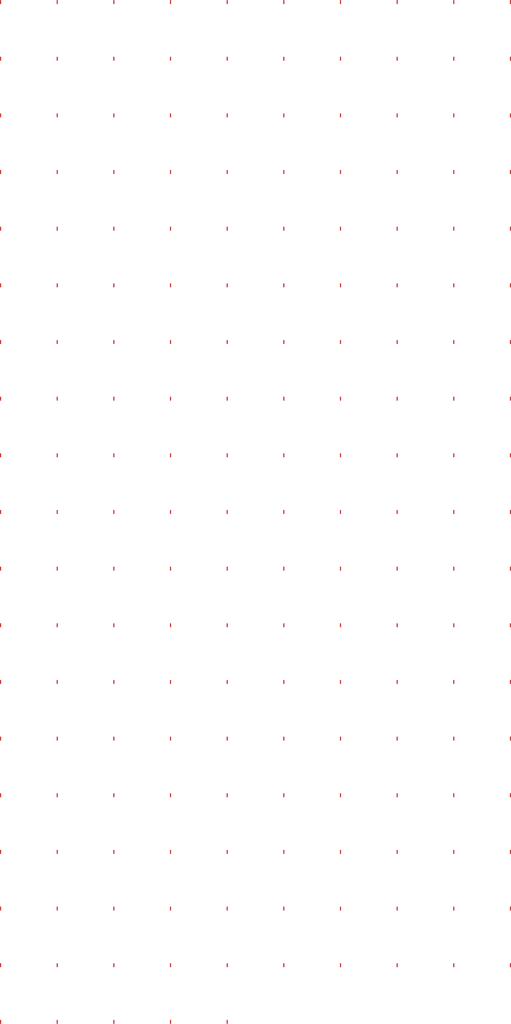
<source format=kicad_pcb>
  (kicad_pcb (version 4) (host pcbnew "(2014-07-21 BZR 5016)-product")

  (general
    (links 0)
    (no_connects 0)
    (area 0 0 0 0)
    (thickness 1.6)
    (drawings 1)
    (tracks 0)
    (zones 0)
    (modules 42)
    (nets 2)
  )

  (page A4)
  (layers
    (0 F.Cu signal)
	(1 In1.Cu signal)
    (2 In2.Cu power)
    (3 In3.Cu power)
    (4 In4.Cu signal)
    (5 In5.Cu signal)
    (6 In6.Cu signal)
    (7 In7.Cu signal)
    (8 In8.Cu signal)
    (31 B.Cu signal)
    (32 B.Adhes user)
    (33 F.Adhes user)
    (34 B.Paste user)
    (35 F.Paste user)
    (36 B.SilkS user)
    (37 F.SilkS user)
    (38 B.Mask user)
    (39 F.Mask user)
    (40 Dwgs.User user)
    (41 Cmts.User user)
    (42 Eco1.User user)
    (43 Eco2.User user)
    (44 Edge.Cuts user)
    (45 Margin user)
    (46 B.CrtYd user)
    (47 F.CrtYd user)
    (48 B.Fab user)
    (49 F.Fab user)

  )

  (setup
    (last_trace_width 0.254)
    (trace_clearance 0.127)
    (zone_clearance 0.0144)
    (zone_45_only no)
    (trace_min 0.254)
    (segment_width 0.2)
    (edge_width 0.1)
    (via_size 0.889)
    (via_drill 0.635)
    (via_min_size 0.889)
    (via_min_drill 0.508)
    (uvia_size 0.508)
    (uvia_drill 0.127)
    (uvias_allowed no)
    (uvia_min_size 0.508)
    (uvia_min_drill 0.127)
    (pcb_text_width 0.3)
    (pcb_text_size 1.5 1.5)
    (mod_edge_width 0.15)
    (mod_text_size 1 1)
    (mod_text_width 0.15)
    (pad_size 1.5 1.5)
    (pad_drill 0.6)
    (pad_to_mask_clearance 0)
    (aux_axis_origin 0 0)
    (visible_elements 7FFFF77F)
    (pcbplotparams
      (layerselection 262143)
      (usegerberextensions false)
      (excludeedgelayer true)
      (linewidth 0.100000)
      (plotframeref false)
      (viasonmask false)
      (mode 1)
      (useauxorigin false)
      (hpglpennumber 1)
      (hpglpenspeed 20)
      (hpglpendiameter 15)
      (hpglpenoverlay 2)
      (psnegative false)
      (psa4output false)
      (plotreference true)
      (plotvalue true)
      (plotinvisibletext false)
      (padsonsilk false)
      (subtractmaskfromsilk false)
      (outputformat 1)
      (mirror false)
      (drillshape 0)
      (scaleselection 1)
      (outputdirectory "GerberOutput/"))
  )

  (net 0 "")
  (net 1 "Net1")
  
  (net_class Default "This is the default net class."
    (clearance 0.254)
    (trace_width 0.254)
    (via_dia 0.889)
    (via_drill 0.635)
    (uvia_dia 0.508)
    (uvia_drill 0.127)
	(add_net Net1)
  )
  (module A0 (layer F.Cu) (tedit 4289BEAB) (tstamp 539EEDBF)
    (at 30 30)
    (path /539EEC0F)
    (attr smd)
	(model "./wrlshp/000C7E6D-9CF6.wrl"
      (at (xyz 0 0 0))
      (scale (xyz 1 1 1))
      (rotate (xyz 0 0 0))
    )
    (pad "1" smd oval (at 0.0 0.0) (size 0.60000 2.20000) 
      (layers F.Cu F.Mask F.Paste)
    )
  )
  (module A1 (layer F.Cu) (tedit 4289BEAB) (tstamp 539EEDBF)
    (at 60 30)
    (path /539EEC0F)
    (attr smd)
	(model "./wrlshp/0314AB64-63B5.wrl"
      (at (xyz 0 0 0))
      (scale (xyz 1 1 1))
      (rotate (xyz 0 0 0))
    )
    (pad "1" smd oval (at 0.0 0.0) (size 0.60000 2.20000) 
      (layers F.Cu F.Mask F.Paste)
    )
  )
  (module A2 (layer F.Cu) (tedit 4289BEAB) (tstamp 539EEDBF)
    (at 90 30)
    (path /539EEC0F)
    (attr smd)
	(model "./wrlshp/034D9162-DF3C.wrl"
      (at (xyz 0 0 0))
      (scale (xyz 1 1 1))
      (rotate (xyz 0 0 0))
    )
    (pad "1" smd oval (at 0.0 0.0) (size 0.60000 2.20000) 
      (layers F.Cu F.Mask F.Paste)
    )
  )
  (module A3 (layer F.Cu) (tedit 4289BEAB) (tstamp 539EEDBF)
    (at 120 30)
    (path /539EEC0F)
    (attr smd)
	(model "./wrlshp/04CF1B36-AFCE.wrl"
      (at (xyz 0 0 0))
      (scale (xyz 1 1 1))
      (rotate (xyz 0 0 0))
    )
    (pad "1" smd oval (at 0.0 0.0) (size 0.60000 2.20000) 
      (layers F.Cu F.Mask F.Paste)
    )
  )
  (module A4 (layer F.Cu) (tedit 4289BEAB) (tstamp 539EEDBF)
    (at 150 30)
    (path /539EEC0F)
    (attr smd)
	(model "./wrlshp/096E5542-2D79.wrl"
      (at (xyz 0 0 0))
      (scale (xyz 1 1 1))
      (rotate (xyz 0 0 0))
    )
    (pad "1" smd oval (at 0.0 0.0) (size 0.60000 2.20000) 
      (layers F.Cu F.Mask F.Paste)
    )
  )
  (module A5 (layer F.Cu) (tedit 4289BEAB) (tstamp 539EEDBF)
    (at 180 30)
    (path /539EEC0F)
    (attr smd)
	(model "./wrlshp/0BAB9EDF-F45B.wrl"
      (at (xyz 0 0 0))
      (scale (xyz 1 1 1))
      (rotate (xyz 0 0 0))
    )
    (pad "1" smd oval (at 0.0 0.0) (size 0.60000 2.20000) 
      (layers F.Cu F.Mask F.Paste)
    )
  )
  (module A6 (layer F.Cu) (tedit 4289BEAB) (tstamp 539EEDBF)
    (at 210 30)
    (path /539EEC0F)
    (attr smd)
	(model "./wrlshp/0BB022BC-1B29.wrl"
      (at (xyz 0 0 0))
      (scale (xyz 1 1 1))
      (rotate (xyz 0 0 0))
    )
    (pad "1" smd oval (at 0.0 0.0) (size 0.60000 2.20000) 
      (layers F.Cu F.Mask F.Paste)
    )
  )
  (module A7 (layer F.Cu) (tedit 4289BEAB) (tstamp 539EEDBF)
    (at 240 30)
    (path /539EEC0F)
    (attr smd)
	(model "./wrlshp/0C7A53A9-80CF.wrl"
      (at (xyz 0 0 0))
      (scale (xyz 1 1 1))
      (rotate (xyz 0 0 0))
    )
    (pad "1" smd oval (at 0.0 0.0) (size 0.60000 2.20000) 
      (layers F.Cu F.Mask F.Paste)
    )
  )
  (module A8 (layer F.Cu) (tedit 4289BEAB) (tstamp 539EEDBF)
    (at 270 30)
    (path /539EEC0F)
    (attr smd)
	(model "./wrlshp/0C83D062-2D47.wrl"
      (at (xyz 0 0 0))
      (scale (xyz 1 1 1))
      (rotate (xyz 0 0 0))
    )
    (pad "1" smd oval (at 0.0 0.0) (size 0.60000 2.20000) 
      (layers F.Cu F.Mask F.Paste)
    )
  )
  (module A9 (layer F.Cu) (tedit 4289BEAB) (tstamp 539EEDBF)
    (at 300 30)
    (path /539EEC0F)
    (attr smd)
	(model "./wrlshp/0F1E5590-2A5E.wrl"
      (at (xyz 0 0 0))
      (scale (xyz 1 1 1))
      (rotate (xyz 0 0 0))
    )
    (pad "1" smd oval (at 0.0 0.0) (size 0.60000 2.20000) 
      (layers F.Cu F.Mask F.Paste)
    )
  )
  (module A10 (layer F.Cu) (tedit 4289BEAB) (tstamp 539EEDBF)
    (at 30 60)
    (path /539EEC0F)
    (attr smd)
	(model "./wrlshp/0F239E75-7F0B.wrl"
      (at (xyz 0 0 0))
      (scale (xyz 1 1 1))
      (rotate (xyz 0 0 0))
    )
    (pad "1" smd oval (at 0.0 0.0) (size 0.60000 2.20000) 
      (layers F.Cu F.Mask F.Paste)
    )
  )
  (module A11 (layer F.Cu) (tedit 4289BEAB) (tstamp 539EEDBF)
    (at 60 60)
    (path /539EEC0F)
    (attr smd)
	(model "./wrlshp/0F72C2B9-879B.wrl"
      (at (xyz 0 0 0))
      (scale (xyz 1 1 1))
      (rotate (xyz 0 0 0))
    )
    (pad "1" smd oval (at 0.0 0.0) (size 0.60000 2.20000) 
      (layers F.Cu F.Mask F.Paste)
    )
  )
  (module A12 (layer F.Cu) (tedit 4289BEAB) (tstamp 539EEDBF)
    (at 90 60)
    (path /539EEC0F)
    (attr smd)
	(model "./wrlshp/10FED44B-269D.wrl"
      (at (xyz 0 0 0))
      (scale (xyz 1 1 1))
      (rotate (xyz 0 0 0))
    )
    (pad "1" smd oval (at 0.0 0.0) (size 0.60000 2.20000) 
      (layers F.Cu F.Mask F.Paste)
    )
  )
  (module A13 (layer F.Cu) (tedit 4289BEAB) (tstamp 539EEDBF)
    (at 120 60)
    (path /539EEC0F)
    (attr smd)
	(model "./wrlshp/118B8C81-0E64.wrl"
      (at (xyz 0 0 0))
      (scale (xyz 1 1 1))
      (rotate (xyz 0 0 0))
    )
    (pad "1" smd oval (at 0.0 0.0) (size 0.60000 2.20000) 
      (layers F.Cu F.Mask F.Paste)
    )
  )
  (module A14 (layer F.Cu) (tedit 4289BEAB) (tstamp 539EEDBF)
    (at 150 60)
    (path /539EEC0F)
    (attr smd)
	(model "./wrlshp/129BC6FB-BB72.wrl"
      (at (xyz 0 0 0))
      (scale (xyz 1 1 1))
      (rotate (xyz 0 0 0))
    )
    (pad "1" smd oval (at 0.0 0.0) (size 0.60000 2.20000) 
      (layers F.Cu F.Mask F.Paste)
    )
  )
  (module A15 (layer F.Cu) (tedit 4289BEAB) (tstamp 539EEDBF)
    (at 180 60)
    (path /539EEC0F)
    (attr smd)
	(model "./wrlshp/15585743-07BA.wrl"
      (at (xyz 0 0 0))
      (scale (xyz 1 1 1))
      (rotate (xyz 0 0 0))
    )
    (pad "1" smd oval (at 0.0 0.0) (size 0.60000 2.20000) 
      (layers F.Cu F.Mask F.Paste)
    )
  )
  (module A16 (layer F.Cu) (tedit 4289BEAB) (tstamp 539EEDBF)
    (at 210 60)
    (path /539EEC0F)
    (attr smd)
	(model "./wrlshp/199BCD5D-2F92.wrl"
      (at (xyz 0 0 0))
      (scale (xyz 1 1 1))
      (rotate (xyz 0 0 0))
    )
    (pad "1" smd oval (at 0.0 0.0) (size 0.60000 2.20000) 
      (layers F.Cu F.Mask F.Paste)
    )
  )
  (module A17 (layer F.Cu) (tedit 4289BEAB) (tstamp 539EEDBF)
    (at 240 60)
    (path /539EEC0F)
    (attr smd)
	(model "./wrlshp/1A0287A2-1D96.wrl"
      (at (xyz 0 0 0))
      (scale (xyz 1 1 1))
      (rotate (xyz 0 0 0))
    )
    (pad "1" smd oval (at 0.0 0.0) (size 0.60000 2.20000) 
      (layers F.Cu F.Mask F.Paste)
    )
  )
  (module A18 (layer F.Cu) (tedit 4289BEAB) (tstamp 539EEDBF)
    (at 270 60)
    (path /539EEC0F)
    (attr smd)
	(model "./wrlshp/1E152779-51F5.wrl"
      (at (xyz 0 0 0))
      (scale (xyz 1 1 1))
      (rotate (xyz 0 0 0))
    )
    (pad "1" smd oval (at 0.0 0.0) (size 0.60000 2.20000) 
      (layers F.Cu F.Mask F.Paste)
    )
  )
  (module A19 (layer F.Cu) (tedit 4289BEAB) (tstamp 539EEDBF)
    (at 300 60)
    (path /539EEC0F)
    (attr smd)
	(model "./wrlshp/21F351DB-A3B1.wrl"
      (at (xyz 0 0 0))
      (scale (xyz 1 1 1))
      (rotate (xyz 0 0 0))
    )
    (pad "1" smd oval (at 0.0 0.0) (size 0.60000 2.20000) 
      (layers F.Cu F.Mask F.Paste)
    )
  )
  (module A20 (layer F.Cu) (tedit 4289BEAB) (tstamp 539EEDBF)
    (at 30 90)
    (path /539EEC0F)
    (attr smd)
	(model "./wrlshp/225E5B2B-AE8F.wrl"
      (at (xyz 0 0 0))
      (scale (xyz 1 1 1))
      (rotate (xyz 0 0 0))
    )
    (pad "1" smd oval (at 0.0 0.0) (size 0.60000 2.20000) 
      (layers F.Cu F.Mask F.Paste)
    )
  )
  (module A21 (layer F.Cu) (tedit 4289BEAB) (tstamp 539EEDBF)
    (at 60 90)
    (path /539EEC0F)
    (attr smd)
	(model "./wrlshp/22E9E916-986E.wrl"
      (at (xyz 0 0 0))
      (scale (xyz 1 1 1))
      (rotate (xyz 0 0 0))
    )
    (pad "1" smd oval (at 0.0 0.0) (size 0.60000 2.20000) 
      (layers F.Cu F.Mask F.Paste)
    )
  )
  (module A22 (layer F.Cu) (tedit 4289BEAB) (tstamp 539EEDBF)
    (at 90 90)
    (path /539EEC0F)
    (attr smd)
	(model "./wrlshp/2565931C-56B4.wrl"
      (at (xyz 0 0 0))
      (scale (xyz 1 1 1))
      (rotate (xyz 0 0 0))
    )
    (pad "1" smd oval (at 0.0 0.0) (size 0.60000 2.20000) 
      (layers F.Cu F.Mask F.Paste)
    )
  )
  (module A23 (layer F.Cu) (tedit 4289BEAB) (tstamp 539EEDBF)
    (at 120 90)
    (path /539EEC0F)
    (attr smd)
	(model "./wrlshp/25C79633-F17C.wrl"
      (at (xyz 0 0 0))
      (scale (xyz 1 1 1))
      (rotate (xyz 0 0 0))
    )
    (pad "1" smd oval (at 0.0 0.0) (size 0.60000 2.20000) 
      (layers F.Cu F.Mask F.Paste)
    )
  )
  (module A24 (layer F.Cu) (tedit 4289BEAB) (tstamp 539EEDBF)
    (at 150 90)
    (path /539EEC0F)
    (attr smd)
	(model "./wrlshp/2844F82C-4DA0.wrl"
      (at (xyz 0 0 0))
      (scale (xyz 1 1 1))
      (rotate (xyz 0 0 0))
    )
    (pad "1" smd oval (at 0.0 0.0) (size 0.60000 2.20000) 
      (layers F.Cu F.Mask F.Paste)
    )
  )
  (module A25 (layer F.Cu) (tedit 4289BEAB) (tstamp 539EEDBF)
    (at 180 90)
    (path /539EEC0F)
    (attr smd)
	(model "./wrlshp/2898E362-D048.wrl"
      (at (xyz 0 0 0))
      (scale (xyz 1 1 1))
      (rotate (xyz 0 0 0))
    )
    (pad "1" smd oval (at 0.0 0.0) (size 0.60000 2.20000) 
      (layers F.Cu F.Mask F.Paste)
    )
  )
  (module A26 (layer F.Cu) (tedit 4289BEAB) (tstamp 539EEDBF)
    (at 210 90)
    (path /539EEC0F)
    (attr smd)
	(model "./wrlshp/291A8951-42EA.wrl"
      (at (xyz 0 0 0))
      (scale (xyz 1 1 1))
      (rotate (xyz 0 0 0))
    )
    (pad "1" smd oval (at 0.0 0.0) (size 0.60000 2.20000) 
      (layers F.Cu F.Mask F.Paste)
    )
  )
  (module A27 (layer F.Cu) (tedit 4289BEAB) (tstamp 539EEDBF)
    (at 240 90)
    (path /539EEC0F)
    (attr smd)
	(model "./wrlshp/2C7A25EC-91A5.wrl"
      (at (xyz 0 0 0))
      (scale (xyz 1 1 1))
      (rotate (xyz 0 0 0))
    )
    (pad "1" smd oval (at 0.0 0.0) (size 0.60000 2.20000) 
      (layers F.Cu F.Mask F.Paste)
    )
  )
  (module A28 (layer F.Cu) (tedit 4289BEAB) (tstamp 539EEDBF)
    (at 270 90)
    (path /539EEC0F)
    (attr smd)
	(model "./wrlshp/2D4D06C0-4F35.wrl"
      (at (xyz 0 0 0))
      (scale (xyz 1 1 1))
      (rotate (xyz 0 0 0))
    )
    (pad "1" smd oval (at 0.0 0.0) (size 0.60000 2.20000) 
      (layers F.Cu F.Mask F.Paste)
    )
  )
  (module A29 (layer F.Cu) (tedit 4289BEAB) (tstamp 539EEDBF)
    (at 300 90)
    (path /539EEC0F)
    (attr smd)
	(model "./wrlshp/2DFF7F42-53B9.wrl"
      (at (xyz 0 0 0))
      (scale (xyz 1 1 1))
      (rotate (xyz 0 0 0))
    )
    (pad "1" smd oval (at 0.0 0.0) (size 0.60000 2.20000) 
      (layers F.Cu F.Mask F.Paste)
    )
  )
  (module A30 (layer F.Cu) (tedit 4289BEAB) (tstamp 539EEDBF)
    (at 30 120)
    (path /539EEC0F)
    (attr smd)
	(model "./wrlshp/31738185-C76A.wrl"
      (at (xyz 0 0 0))
      (scale (xyz 1 1 1))
      (rotate (xyz 0 0 0))
    )
    (pad "1" smd oval (at 0.0 0.0) (size 0.60000 2.20000) 
      (layers F.Cu F.Mask F.Paste)
    )
  )
  (module A31 (layer F.Cu) (tedit 4289BEAB) (tstamp 539EEDBF)
    (at 60 120)
    (path /539EEC0F)
    (attr smd)
	(model "./wrlshp/31D10BD1-A43D.wrl"
      (at (xyz 0 0 0))
      (scale (xyz 1 1 1))
      (rotate (xyz 0 0 0))
    )
    (pad "1" smd oval (at 0.0 0.0) (size 0.60000 2.20000) 
      (layers F.Cu F.Mask F.Paste)
    )
  )
  (module A32 (layer F.Cu) (tedit 4289BEAB) (tstamp 539EEDBF)
    (at 90 120)
    (path /539EEC0F)
    (attr smd)
	(model "./wrlshp/32738D62-227B.wrl"
      (at (xyz 0 0 0))
      (scale (xyz 1 1 1))
      (rotate (xyz 0 0 0))
    )
    (pad "1" smd oval (at 0.0 0.0) (size 0.60000 2.20000) 
      (layers F.Cu F.Mask F.Paste)
    )
  )
  (module A33 (layer F.Cu) (tedit 4289BEAB) (tstamp 539EEDBF)
    (at 120 120)
    (path /539EEC0F)
    (attr smd)
	(model "./wrlshp/33EBD385-9FE2.wrl"
      (at (xyz 0 0 0))
      (scale (xyz 1 1 1))
      (rotate (xyz 0 0 0))
    )
    (pad "1" smd oval (at 0.0 0.0) (size 0.60000 2.20000) 
      (layers F.Cu F.Mask F.Paste)
    )
  )
  (module A34 (layer F.Cu) (tedit 4289BEAB) (tstamp 539EEDBF)
    (at 150 120)
    (path /539EEC0F)
    (attr smd)
	(model "./wrlshp/33F72A29-34AC.wrl"
      (at (xyz 0 0 0))
      (scale (xyz 1 1 1))
      (rotate (xyz 0 0 0))
    )
    (pad "1" smd oval (at 0.0 0.0) (size 0.60000 2.20000) 
      (layers F.Cu F.Mask F.Paste)
    )
  )
  (module A35 (layer F.Cu) (tedit 4289BEAB) (tstamp 539EEDBF)
    (at 180 120)
    (path /539EEC0F)
    (attr smd)
	(model "./wrlshp/34F641BE-C742.wrl"
      (at (xyz 0 0 0))
      (scale (xyz 1 1 1))
      (rotate (xyz 0 0 0))
    )
    (pad "1" smd oval (at 0.0 0.0) (size 0.60000 2.20000) 
      (layers F.Cu F.Mask F.Paste)
    )
  )
  (module A36 (layer F.Cu) (tedit 4289BEAB) (tstamp 539EEDBF)
    (at 210 120)
    (path /539EEC0F)
    (attr smd)
	(model "./wrlshp/390412E4-8BE6.wrl"
      (at (xyz 0 0 0))
      (scale (xyz 1 1 1))
      (rotate (xyz 0 0 0))
    )
    (pad "1" smd oval (at 0.0 0.0) (size 0.60000 2.20000) 
      (layers F.Cu F.Mask F.Paste)
    )
  )
  (module A37 (layer F.Cu) (tedit 4289BEAB) (tstamp 539EEDBF)
    (at 240 120)
    (path /539EEC0F)
    (attr smd)
	(model "./wrlshp/39470197-2054.wrl"
      (at (xyz 0 0 0))
      (scale (xyz 1 1 1))
      (rotate (xyz 0 0 0))
    )
    (pad "1" smd oval (at 0.0 0.0) (size 0.60000 2.20000) 
      (layers F.Cu F.Mask F.Paste)
    )
  )
  (module A38 (layer F.Cu) (tedit 4289BEAB) (tstamp 539EEDBF)
    (at 270 120)
    (path /539EEC0F)
    (attr smd)
	(model "./wrlshp/39E05BC4-B85F.wrl"
      (at (xyz 0 0 0))
      (scale (xyz 1 1 1))
      (rotate (xyz 0 0 0))
    )
    (pad "1" smd oval (at 0.0 0.0) (size 0.60000 2.20000) 
      (layers F.Cu F.Mask F.Paste)
    )
  )
  (module A39 (layer F.Cu) (tedit 4289BEAB) (tstamp 539EEDBF)
    (at 300 120)
    (path /539EEC0F)
    (attr smd)
	(model "./wrlshp/3ABEFEE7-D187.wrl"
      (at (xyz 0 0 0))
      (scale (xyz 1 1 1))
      (rotate (xyz 0 0 0))
    )
    (pad "1" smd oval (at 0.0 0.0) (size 0.60000 2.20000) 
      (layers F.Cu F.Mask F.Paste)
    )
  )
  (module A40 (layer F.Cu) (tedit 4289BEAB) (tstamp 539EEDBF)
    (at 30 150)
    (path /539EEC0F)
    (attr smd)
	(model "./wrlshp/3C51653E-71BA.wrl"
      (at (xyz 0 0 0))
      (scale (xyz 1 1 1))
      (rotate (xyz 0 0 0))
    )
    (pad "1" smd oval (at 0.0 0.0) (size 0.60000 2.20000) 
      (layers F.Cu F.Mask F.Paste)
    )
  )
  (module A41 (layer F.Cu) (tedit 4289BEAB) (tstamp 539EEDBF)
    (at 60 150)
    (path /539EEC0F)
    (attr smd)
	(model "./wrlshp/3D5295EA-693A.wrl"
      (at (xyz 0 0 0))
      (scale (xyz 1 1 1))
      (rotate (xyz 0 0 0))
    )
    (pad "1" smd oval (at 0.0 0.0) (size 0.60000 2.20000) 
      (layers F.Cu F.Mask F.Paste)
    )
  )
  (module A42 (layer F.Cu) (tedit 4289BEAB) (tstamp 539EEDBF)
    (at 90 150)
    (path /539EEC0F)
    (attr smd)
	(model "./wrlshp/3DCBA4B4-7C76.wrl"
      (at (xyz 0 0 0))
      (scale (xyz 1 1 1))
      (rotate (xyz 0 0 0))
    )
    (pad "1" smd oval (at 0.0 0.0) (size 0.60000 2.20000) 
      (layers F.Cu F.Mask F.Paste)
    )
  )
  (module A43 (layer F.Cu) (tedit 4289BEAB) (tstamp 539EEDBF)
    (at 120 150)
    (path /539EEC0F)
    (attr smd)
	(model "./wrlshp/3EE3CBC7-3AD3.wrl"
      (at (xyz 0 0 0))
      (scale (xyz 1 1 1))
      (rotate (xyz 0 0 0))
    )
    (pad "1" smd oval (at 0.0 0.0) (size 0.60000 2.20000) 
      (layers F.Cu F.Mask F.Paste)
    )
  )
  (module A44 (layer F.Cu) (tedit 4289BEAB) (tstamp 539EEDBF)
    (at 150 150)
    (path /539EEC0F)
    (attr smd)
	(model "./wrlshp/3F624EFF-852B.wrl"
      (at (xyz 0 0 0))
      (scale (xyz 1 1 1))
      (rotate (xyz 0 0 0))
    )
    (pad "1" smd oval (at 0.0 0.0) (size 0.60000 2.20000) 
      (layers F.Cu F.Mask F.Paste)
    )
  )
  (module A45 (layer F.Cu) (tedit 4289BEAB) (tstamp 539EEDBF)
    (at 180 150)
    (path /539EEC0F)
    (attr smd)
	(model "./wrlshp/3FC4F693-1D47.wrl"
      (at (xyz 0 0 0))
      (scale (xyz 1 1 1))
      (rotate (xyz 0 0 0))
    )
    (pad "1" smd oval (at 0.0 0.0) (size 0.60000 2.20000) 
      (layers F.Cu F.Mask F.Paste)
    )
  )
  (module A46 (layer F.Cu) (tedit 4289BEAB) (tstamp 539EEDBF)
    (at 210 150)
    (path /539EEC0F)
    (attr smd)
	(model "./wrlshp/3FF212B2-8551.wrl"
      (at (xyz 0 0 0))
      (scale (xyz 1 1 1))
      (rotate (xyz 0 0 0))
    )
    (pad "1" smd oval (at 0.0 0.0) (size 0.60000 2.20000) 
      (layers F.Cu F.Mask F.Paste)
    )
  )
  (module A47 (layer F.Cu) (tedit 4289BEAB) (tstamp 539EEDBF)
    (at 240 150)
    (path /539EEC0F)
    (attr smd)
	(model "./wrlshp/4148C233-BDD6.wrl"
      (at (xyz 0 0 0))
      (scale (xyz 1 1 1))
      (rotate (xyz 0 0 0))
    )
    (pad "1" smd oval (at 0.0 0.0) (size 0.60000 2.20000) 
      (layers F.Cu F.Mask F.Paste)
    )
  )
  (module A48 (layer F.Cu) (tedit 4289BEAB) (tstamp 539EEDBF)
    (at 270 150)
    (path /539EEC0F)
    (attr smd)
	(model "./wrlshp/43B60832-B504.wrl"
      (at (xyz 0 0 0))
      (scale (xyz 1 1 1))
      (rotate (xyz 0 0 0))
    )
    (pad "1" smd oval (at 0.0 0.0) (size 0.60000 2.20000) 
      (layers F.Cu F.Mask F.Paste)
    )
  )
  (module A49 (layer F.Cu) (tedit 4289BEAB) (tstamp 539EEDBF)
    (at 300 150)
    (path /539EEC0F)
    (attr smd)
	(model "./wrlshp/48CB1FAA-CEC7.wrl"
      (at (xyz 0 0 0))
      (scale (xyz 1 1 1))
      (rotate (xyz 0 0 0))
    )
    (pad "1" smd oval (at 0.0 0.0) (size 0.60000 2.20000) 
      (layers F.Cu F.Mask F.Paste)
    )
  )
  (module A50 (layer F.Cu) (tedit 4289BEAB) (tstamp 539EEDBF)
    (at 30 180)
    (path /539EEC0F)
    (attr smd)
	(model "./wrlshp/49D186DB-8336.wrl"
      (at (xyz 0 0 0))
      (scale (xyz 1 1 1))
      (rotate (xyz 0 0 0))
    )
    (pad "1" smd oval (at 0.0 0.0) (size 0.60000 2.20000) 
      (layers F.Cu F.Mask F.Paste)
    )
  )
  (module A51 (layer F.Cu) (tedit 4289BEAB) (tstamp 539EEDBF)
    (at 60 180)
    (path /539EEC0F)
    (attr smd)
	(model "./wrlshp/4A2EAD13-9F31.wrl"
      (at (xyz 0 0 0))
      (scale (xyz 1 1 1))
      (rotate (xyz 0 0 0))
    )
    (pad "1" smd oval (at 0.0 0.0) (size 0.60000 2.20000) 
      (layers F.Cu F.Mask F.Paste)
    )
  )
  (module A52 (layer F.Cu) (tedit 4289BEAB) (tstamp 539EEDBF)
    (at 90 180)
    (path /539EEC0F)
    (attr smd)
	(model "./wrlshp/4BE1B637-8070.wrl"
      (at (xyz 0 0 0))
      (scale (xyz 1 1 1))
      (rotate (xyz 0 0 0))
    )
    (pad "1" smd oval (at 0.0 0.0) (size 0.60000 2.20000) 
      (layers F.Cu F.Mask F.Paste)
    )
  )
  (module A53 (layer F.Cu) (tedit 4289BEAB) (tstamp 539EEDBF)
    (at 120 180)
    (path /539EEC0F)
    (attr smd)
	(model "./wrlshp/4CCE3EF7-94A4.wrl"
      (at (xyz 0 0 0))
      (scale (xyz 1 1 1))
      (rotate (xyz 0 0 0))
    )
    (pad "1" smd oval (at 0.0 0.0) (size 0.60000 2.20000) 
      (layers F.Cu F.Mask F.Paste)
    )
  )
  (module A54 (layer F.Cu) (tedit 4289BEAB) (tstamp 539EEDBF)
    (at 150 180)
    (path /539EEC0F)
    (attr smd)
	(model "./wrlshp/4FCFBE6C-65E0.wrl"
      (at (xyz 0 0 0))
      (scale (xyz 1 1 1))
      (rotate (xyz 0 0 0))
    )
    (pad "1" smd oval (at 0.0 0.0) (size 0.60000 2.20000) 
      (layers F.Cu F.Mask F.Paste)
    )
  )
  (module A55 (layer F.Cu) (tedit 4289BEAB) (tstamp 539EEDBF)
    (at 180 180)
    (path /539EEC0F)
    (attr smd)
	(model "./wrlshp/501AE2E2-ABB6.wrl"
      (at (xyz 0 0 0))
      (scale (xyz 1 1 1))
      (rotate (xyz 0 0 0))
    )
    (pad "1" smd oval (at 0.0 0.0) (size 0.60000 2.20000) 
      (layers F.Cu F.Mask F.Paste)
    )
  )
  (module A56 (layer F.Cu) (tedit 4289BEAB) (tstamp 539EEDBF)
    (at 210 180)
    (path /539EEC0F)
    (attr smd)
	(model "./wrlshp/53975DD3-AA96.wrl"
      (at (xyz 0 0 0))
      (scale (xyz 1 1 1))
      (rotate (xyz 0 0 0))
    )
    (pad "1" smd oval (at 0.0 0.0) (size 0.60000 2.20000) 
      (layers F.Cu F.Mask F.Paste)
    )
  )
  (module A57 (layer F.Cu) (tedit 4289BEAB) (tstamp 539EEDBF)
    (at 240 180)
    (path /539EEC0F)
    (attr smd)
	(model "./wrlshp/565D7107-78AA.wrl"
      (at (xyz 0 0 0))
      (scale (xyz 1 1 1))
      (rotate (xyz 0 0 0))
    )
    (pad "1" smd oval (at 0.0 0.0) (size 0.60000 2.20000) 
      (layers F.Cu F.Mask F.Paste)
    )
  )
  (module A58 (layer F.Cu) (tedit 4289BEAB) (tstamp 539EEDBF)
    (at 270 180)
    (path /539EEC0F)
    (attr smd)
	(model "./wrlshp/56B98C5F-8E61.wrl"
      (at (xyz 0 0 0))
      (scale (xyz 1 1 1))
      (rotate (xyz 0 0 0))
    )
    (pad "1" smd oval (at 0.0 0.0) (size 0.60000 2.20000) 
      (layers F.Cu F.Mask F.Paste)
    )
  )
  (module A59 (layer F.Cu) (tedit 4289BEAB) (tstamp 539EEDBF)
    (at 300 180)
    (path /539EEC0F)
    (attr smd)
	(model "./wrlshp/57DD740E-0D7E.wrl"
      (at (xyz 0 0 0))
      (scale (xyz 1 1 1))
      (rotate (xyz 0 0 0))
    )
    (pad "1" smd oval (at 0.0 0.0) (size 0.60000 2.20000) 
      (layers F.Cu F.Mask F.Paste)
    )
  )
  (module A60 (layer F.Cu) (tedit 4289BEAB) (tstamp 539EEDBF)
    (at 30 210)
    (path /539EEC0F)
    (attr smd)
	(model "./wrlshp/580AB832-DD53.wrl"
      (at (xyz 0 0 0))
      (scale (xyz 1 1 1))
      (rotate (xyz 0 0 0))
    )
    (pad "1" smd oval (at 0.0 0.0) (size 0.60000 2.20000) 
      (layers F.Cu F.Mask F.Paste)
    )
  )
  (module A61 (layer F.Cu) (tedit 4289BEAB) (tstamp 539EEDBF)
    (at 60 210)
    (path /539EEC0F)
    (attr smd)
	(model "./wrlshp/5BC534A9-7ACF.wrl"
      (at (xyz 0 0 0))
      (scale (xyz 1 1 1))
      (rotate (xyz 0 0 0))
    )
    (pad "1" smd oval (at 0.0 0.0) (size 0.60000 2.20000) 
      (layers F.Cu F.Mask F.Paste)
    )
  )
  (module A62 (layer F.Cu) (tedit 4289BEAB) (tstamp 539EEDBF)
    (at 90 210)
    (path /539EEC0F)
    (attr smd)
	(model "./wrlshp/5BFA5853-3A5F.wrl"
      (at (xyz 0 0 0))
      (scale (xyz 1 1 1))
      (rotate (xyz 0 0 0))
    )
    (pad "1" smd oval (at 0.0 0.0) (size 0.60000 2.20000) 
      (layers F.Cu F.Mask F.Paste)
    )
  )
  (module A63 (layer F.Cu) (tedit 4289BEAB) (tstamp 539EEDBF)
    (at 120 210)
    (path /539EEC0F)
    (attr smd)
	(model "./wrlshp/5DA2187A-26FB.wrl"
      (at (xyz 0 0 0))
      (scale (xyz 1 1 1))
      (rotate (xyz 0 0 0))
    )
    (pad "1" smd oval (at 0.0 0.0) (size 0.60000 2.20000) 
      (layers F.Cu F.Mask F.Paste)
    )
  )
  (module A64 (layer F.Cu) (tedit 4289BEAB) (tstamp 539EEDBF)
    (at 150 210)
    (path /539EEC0F)
    (attr smd)
	(model "./wrlshp/5EDA2005-9901.wrl"
      (at (xyz 0 0 0))
      (scale (xyz 1 1 1))
      (rotate (xyz 0 0 0))
    )
    (pad "1" smd oval (at 0.0 0.0) (size 0.60000 2.20000) 
      (layers F.Cu F.Mask F.Paste)
    )
  )
  (module A65 (layer F.Cu) (tedit 4289BEAB) (tstamp 539EEDBF)
    (at 180 210)
    (path /539EEC0F)
    (attr smd)
	(model "./wrlshp/6009F379-EDD8.wrl"
      (at (xyz 0 0 0))
      (scale (xyz 1 1 1))
      (rotate (xyz 0 0 0))
    )
    (pad "1" smd oval (at 0.0 0.0) (size 0.60000 2.20000) 
      (layers F.Cu F.Mask F.Paste)
    )
  )
  (module A66 (layer F.Cu) (tedit 4289BEAB) (tstamp 539EEDBF)
    (at 210 210)
    (path /539EEC0F)
    (attr smd)
	(model "./wrlshp/607D85F6-D6FB.wrl"
      (at (xyz 0 0 0))
      (scale (xyz 1 1 1))
      (rotate (xyz 0 0 0))
    )
    (pad "1" smd oval (at 0.0 0.0) (size 0.60000 2.20000) 
      (layers F.Cu F.Mask F.Paste)
    )
  )
  (module A67 (layer F.Cu) (tedit 4289BEAB) (tstamp 539EEDBF)
    (at 240 210)
    (path /539EEC0F)
    (attr smd)
	(model "./wrlshp/6492636E-6011.wrl"
      (at (xyz 0 0 0))
      (scale (xyz 1 1 1))
      (rotate (xyz 0 0 0))
    )
    (pad "1" smd oval (at 0.0 0.0) (size 0.60000 2.20000) 
      (layers F.Cu F.Mask F.Paste)
    )
  )
  (module A68 (layer F.Cu) (tedit 4289BEAB) (tstamp 539EEDBF)
    (at 270 210)
    (path /539EEC0F)
    (attr smd)
	(model "./wrlshp/64D89F4D-2E3F.wrl"
      (at (xyz 0 0 0))
      (scale (xyz 1 1 1))
      (rotate (xyz 0 0 0))
    )
    (pad "1" smd oval (at 0.0 0.0) (size 0.60000 2.20000) 
      (layers F.Cu F.Mask F.Paste)
    )
  )
  (module A69 (layer F.Cu) (tedit 4289BEAB) (tstamp 539EEDBF)
    (at 300 210)
    (path /539EEC0F)
    (attr smd)
	(model "./wrlshp/67E1EA6F-8855.wrl"
      (at (xyz 0 0 0))
      (scale (xyz 1 1 1))
      (rotate (xyz 0 0 0))
    )
    (pad "1" smd oval (at 0.0 0.0) (size 0.60000 2.20000) 
      (layers F.Cu F.Mask F.Paste)
    )
  )
  (module A70 (layer F.Cu) (tedit 4289BEAB) (tstamp 539EEDBF)
    (at 30 240)
    (path /539EEC0F)
    (attr smd)
	(model "./wrlshp/67FB87B2-C320.wrl"
      (at (xyz 0 0 0))
      (scale (xyz 1 1 1))
      (rotate (xyz 0 0 0))
    )
    (pad "1" smd oval (at 0.0 0.0) (size 0.60000 2.20000) 
      (layers F.Cu F.Mask F.Paste)
    )
  )
  (module A71 (layer F.Cu) (tedit 4289BEAB) (tstamp 539EEDBF)
    (at 60 240)
    (path /539EEC0F)
    (attr smd)
	(model "./wrlshp/68318A9B-3833.wrl"
      (at (xyz 0 0 0))
      (scale (xyz 1 1 1))
      (rotate (xyz 0 0 0))
    )
    (pad "1" smd oval (at 0.0 0.0) (size 0.60000 2.20000) 
      (layers F.Cu F.Mask F.Paste)
    )
  )
  (module A72 (layer F.Cu) (tedit 4289BEAB) (tstamp 539EEDBF)
    (at 90 240)
    (path /539EEC0F)
    (attr smd)
	(model "./wrlshp/68D15C36-DA48.wrl"
      (at (xyz 0 0 0))
      (scale (xyz 1 1 1))
      (rotate (xyz 0 0 0))
    )
    (pad "1" smd oval (at 0.0 0.0) (size 0.60000 2.20000) 
      (layers F.Cu F.Mask F.Paste)
    )
  )
  (module A73 (layer F.Cu) (tedit 4289BEAB) (tstamp 539EEDBF)
    (at 120 240)
    (path /539EEC0F)
    (attr smd)
	(model "./wrlshp/69DD129A-D2BE.wrl"
      (at (xyz 0 0 0))
      (scale (xyz 1 1 1))
      (rotate (xyz 0 0 0))
    )
    (pad "1" smd oval (at 0.0 0.0) (size 0.60000 2.20000) 
      (layers F.Cu F.Mask F.Paste)
    )
  )
  (module A74 (layer F.Cu) (tedit 4289BEAB) (tstamp 539EEDBF)
    (at 150 240)
    (path /539EEC0F)
    (attr smd)
	(model "./wrlshp/6D693FA1-720E.wrl"
      (at (xyz 0 0 0))
      (scale (xyz 1 1 1))
      (rotate (xyz 0 0 0))
    )
    (pad "1" smd oval (at 0.0 0.0) (size 0.60000 2.20000) 
      (layers F.Cu F.Mask F.Paste)
    )
  )
  (module A75 (layer F.Cu) (tedit 4289BEAB) (tstamp 539EEDBF)
    (at 180 240)
    (path /539EEC0F)
    (attr smd)
	(model "./wrlshp/6D8D608F-D064.wrl"
      (at (xyz 0 0 0))
      (scale (xyz 1 1 1))
      (rotate (xyz 0 0 0))
    )
    (pad "1" smd oval (at 0.0 0.0) (size 0.60000 2.20000) 
      (layers F.Cu F.Mask F.Paste)
    )
  )
  (module A76 (layer F.Cu) (tedit 4289BEAB) (tstamp 539EEDBF)
    (at 210 240)
    (path /539EEC0F)
    (attr smd)
	(model "./wrlshp/6DEBF01F-D1A6.wrl"
      (at (xyz 0 0 0))
      (scale (xyz 1 1 1))
      (rotate (xyz 0 0 0))
    )
    (pad "1" smd oval (at 0.0 0.0) (size 0.60000 2.20000) 
      (layers F.Cu F.Mask F.Paste)
    )
  )
  (module A77 (layer F.Cu) (tedit 4289BEAB) (tstamp 539EEDBF)
    (at 240 240)
    (path /539EEC0F)
    (attr smd)
	(model "./wrlshp/6E564F55-0FDA.wrl"
      (at (xyz 0 0 0))
      (scale (xyz 1 1 1))
      (rotate (xyz 0 0 0))
    )
    (pad "1" smd oval (at 0.0 0.0) (size 0.60000 2.20000) 
      (layers F.Cu F.Mask F.Paste)
    )
  )
  (module A78 (layer F.Cu) (tedit 4289BEAB) (tstamp 539EEDBF)
    (at 270 240)
    (path /539EEC0F)
    (attr smd)
	(model "./wrlshp/6EFD80E3-19B9.wrl"
      (at (xyz 0 0 0))
      (scale (xyz 1 1 1))
      (rotate (xyz 0 0 0))
    )
    (pad "1" smd oval (at 0.0 0.0) (size 0.60000 2.20000) 
      (layers F.Cu F.Mask F.Paste)
    )
  )
  (module A79 (layer F.Cu) (tedit 4289BEAB) (tstamp 539EEDBF)
    (at 300 240)
    (path /539EEC0F)
    (attr smd)
	(model "./wrlshp/70E77E1B-031B.wrl"
      (at (xyz 0 0 0))
      (scale (xyz 1 1 1))
      (rotate (xyz 0 0 0))
    )
    (pad "1" smd oval (at 0.0 0.0) (size 0.60000 2.20000) 
      (layers F.Cu F.Mask F.Paste)
    )
  )
  (module A80 (layer F.Cu) (tedit 4289BEAB) (tstamp 539EEDBF)
    (at 30 270)
    (path /539EEC0F)
    (attr smd)
	(model "./wrlshp/735766CD-4526.wrl"
      (at (xyz 0 0 0))
      (scale (xyz 1 1 1))
      (rotate (xyz 0 0 0))
    )
    (pad "1" smd oval (at 0.0 0.0) (size 0.60000 2.20000) 
      (layers F.Cu F.Mask F.Paste)
    )
  )
  (module A81 (layer F.Cu) (tedit 4289BEAB) (tstamp 539EEDBF)
    (at 60 270)
    (path /539EEC0F)
    (attr smd)
	(model "./wrlshp/742FF2F5-32DD.wrl"
      (at (xyz 0 0 0))
      (scale (xyz 1 1 1))
      (rotate (xyz 0 0 0))
    )
    (pad "1" smd oval (at 0.0 0.0) (size 0.60000 2.20000) 
      (layers F.Cu F.Mask F.Paste)
    )
  )
  (module A82 (layer F.Cu) (tedit 4289BEAB) (tstamp 539EEDBF)
    (at 90 270)
    (path /539EEC0F)
    (attr smd)
	(model "./wrlshp/757BABEB-0703.wrl"
      (at (xyz 0 0 0))
      (scale (xyz 1 1 1))
      (rotate (xyz 0 0 0))
    )
    (pad "1" smd oval (at 0.0 0.0) (size 0.60000 2.20000) 
      (layers F.Cu F.Mask F.Paste)
    )
  )
  (module A83 (layer F.Cu) (tedit 4289BEAB) (tstamp 539EEDBF)
    (at 120 270)
    (path /539EEC0F)
    (attr smd)
	(model "./wrlshp/7739F594-C917.wrl"
      (at (xyz 0 0 0))
      (scale (xyz 1 1 1))
      (rotate (xyz 0 0 0))
    )
    (pad "1" smd oval (at 0.0 0.0) (size 0.60000 2.20000) 
      (layers F.Cu F.Mask F.Paste)
    )
  )
  (module A84 (layer F.Cu) (tedit 4289BEAB) (tstamp 539EEDBF)
    (at 150 270)
    (path /539EEC0F)
    (attr smd)
	(model "./wrlshp/783C686A-BB47.wrl"
      (at (xyz 0 0 0))
      (scale (xyz 1 1 1))
      (rotate (xyz 0 0 0))
    )
    (pad "1" smd oval (at 0.0 0.0) (size 0.60000 2.20000) 
      (layers F.Cu F.Mask F.Paste)
    )
  )
  (module A85 (layer F.Cu) (tedit 4289BEAB) (tstamp 539EEDBF)
    (at 180 270)
    (path /539EEC0F)
    (attr smd)
	(model "./wrlshp/78C755EB-A232.wrl"
      (at (xyz 0 0 0))
      (scale (xyz 1 1 1))
      (rotate (xyz 0 0 0))
    )
    (pad "1" smd oval (at 0.0 0.0) (size 0.60000 2.20000) 
      (layers F.Cu F.Mask F.Paste)
    )
  )
  (module A86 (layer F.Cu) (tedit 4289BEAB) (tstamp 539EEDBF)
    (at 210 270)
    (path /539EEC0F)
    (attr smd)
	(model "./wrlshp/7A60E1D7-FA75.wrl"
      (at (xyz 0 0 0))
      (scale (xyz 1 1 1))
      (rotate (xyz 0 0 0))
    )
    (pad "1" smd oval (at 0.0 0.0) (size 0.60000 2.20000) 
      (layers F.Cu F.Mask F.Paste)
    )
  )
  (module A87 (layer F.Cu) (tedit 4289BEAB) (tstamp 539EEDBF)
    (at 240 270)
    (path /539EEC0F)
    (attr smd)
	(model "./wrlshp/7D937061-4BBE.wrl"
      (at (xyz 0 0 0))
      (scale (xyz 1 1 1))
      (rotate (xyz 0 0 0))
    )
    (pad "1" smd oval (at 0.0 0.0) (size 0.60000 2.20000) 
      (layers F.Cu F.Mask F.Paste)
    )
  )
  (module A88 (layer F.Cu) (tedit 4289BEAB) (tstamp 539EEDBF)
    (at 270 270)
    (path /539EEC0F)
    (attr smd)
	(model "./wrlshp/7E35137F-62BA.wrl"
      (at (xyz 0 0 0))
      (scale (xyz 1 1 1))
      (rotate (xyz 0 0 0))
    )
    (pad "1" smd oval (at 0.0 0.0) (size 0.60000 2.20000) 
      (layers F.Cu F.Mask F.Paste)
    )
  )
  (module A89 (layer F.Cu) (tedit 4289BEAB) (tstamp 539EEDBF)
    (at 300 270)
    (path /539EEC0F)
    (attr smd)
	(model "./wrlshp/7FE09137-FE76.wrl"
      (at (xyz 0 0 0))
      (scale (xyz 1 1 1))
      (rotate (xyz 0 0 0))
    )
    (pad "1" smd oval (at 0.0 0.0) (size 0.60000 2.20000) 
      (layers F.Cu F.Mask F.Paste)
    )
  )
  (module A90 (layer F.Cu) (tedit 4289BEAB) (tstamp 539EEDBF)
    (at 30 300)
    (path /539EEC0F)
    (attr smd)
	(model "./wrlshp/80C8A06E-1308.wrl"
      (at (xyz 0 0 0))
      (scale (xyz 1 1 1))
      (rotate (xyz 0 0 0))
    )
    (pad "1" smd oval (at 0.0 0.0) (size 0.60000 2.20000) 
      (layers F.Cu F.Mask F.Paste)
    )
  )
  (module A91 (layer F.Cu) (tedit 4289BEAB) (tstamp 539EEDBF)
    (at 60 300)
    (path /539EEC0F)
    (attr smd)
	(model "./wrlshp/8146F2F7-1DA5.wrl"
      (at (xyz 0 0 0))
      (scale (xyz 1 1 1))
      (rotate (xyz 0 0 0))
    )
    (pad "1" smd oval (at 0.0 0.0) (size 0.60000 2.20000) 
      (layers F.Cu F.Mask F.Paste)
    )
  )
  (module A92 (layer F.Cu) (tedit 4289BEAB) (tstamp 539EEDBF)
    (at 90 300)
    (path /539EEC0F)
    (attr smd)
	(model "./wrlshp/82CCD9A7-0B4D.wrl"
      (at (xyz 0 0 0))
      (scale (xyz 1 1 1))
      (rotate (xyz 0 0 0))
    )
    (pad "1" smd oval (at 0.0 0.0) (size 0.60000 2.20000) 
      (layers F.Cu F.Mask F.Paste)
    )
  )
  (module A93 (layer F.Cu) (tedit 4289BEAB) (tstamp 539EEDBF)
    (at 120 300)
    (path /539EEC0F)
    (attr smd)
	(model "./wrlshp/83FCF1DC-45B4.wrl"
      (at (xyz 0 0 0))
      (scale (xyz 1 1 1))
      (rotate (xyz 0 0 0))
    )
    (pad "1" smd oval (at 0.0 0.0) (size 0.60000 2.20000) 
      (layers F.Cu F.Mask F.Paste)
    )
  )
  (module A94 (layer F.Cu) (tedit 4289BEAB) (tstamp 539EEDBF)
    (at 150 300)
    (path /539EEC0F)
    (attr smd)
	(model "./wrlshp/84F35C3D-8E98.wrl"
      (at (xyz 0 0 0))
      (scale (xyz 1 1 1))
      (rotate (xyz 0 0 0))
    )
    (pad "1" smd oval (at 0.0 0.0) (size 0.60000 2.20000) 
      (layers F.Cu F.Mask F.Paste)
    )
  )
  (module A95 (layer F.Cu) (tedit 4289BEAB) (tstamp 539EEDBF)
    (at 180 300)
    (path /539EEC0F)
    (attr smd)
	(model "./wrlshp/86BEB185-5AC9.wrl"
      (at (xyz 0 0 0))
      (scale (xyz 1 1 1))
      (rotate (xyz 0 0 0))
    )
    (pad "1" smd oval (at 0.0 0.0) (size 0.60000 2.20000) 
      (layers F.Cu F.Mask F.Paste)
    )
  )
  (module A96 (layer F.Cu) (tedit 4289BEAB) (tstamp 539EEDBF)
    (at 210 300)
    (path /539EEC0F)
    (attr smd)
	(model "./wrlshp/88567976-D8E4.wrl"
      (at (xyz 0 0 0))
      (scale (xyz 1 1 1))
      (rotate (xyz 0 0 0))
    )
    (pad "1" smd oval (at 0.0 0.0) (size 0.60000 2.20000) 
      (layers F.Cu F.Mask F.Paste)
    )
  )
  (module A97 (layer F.Cu) (tedit 4289BEAB) (tstamp 539EEDBF)
    (at 240 300)
    (path /539EEC0F)
    (attr smd)
	(model "./wrlshp/88C405FC-24B0.wrl"
      (at (xyz 0 0 0))
      (scale (xyz 1 1 1))
      (rotate (xyz 0 0 0))
    )
    (pad "1" smd oval (at 0.0 0.0) (size 0.60000 2.20000) 
      (layers F.Cu F.Mask F.Paste)
    )
  )
  (module A98 (layer F.Cu) (tedit 4289BEAB) (tstamp 539EEDBF)
    (at 270 300)
    (path /539EEC0F)
    (attr smd)
	(model "./wrlshp/88D810AB-6A61.wrl"
      (at (xyz 0 0 0))
      (scale (xyz 1 1 1))
      (rotate (xyz 0 0 0))
    )
    (pad "1" smd oval (at 0.0 0.0) (size 0.60000 2.20000) 
      (layers F.Cu F.Mask F.Paste)
    )
  )
  (module A99 (layer F.Cu) (tedit 4289BEAB) (tstamp 539EEDBF)
    (at 300 300)
    (path /539EEC0F)
    (attr smd)
	(model "./wrlshp/8F7687D2-ACCD.wrl"
      (at (xyz 0 0 0))
      (scale (xyz 1 1 1))
      (rotate (xyz 0 0 0))
    )
    (pad "1" smd oval (at 0.0 0.0) (size 0.60000 2.20000) 
      (layers F.Cu F.Mask F.Paste)
    )
  )
  (module A100 (layer F.Cu) (tedit 4289BEAB) (tstamp 539EEDBF)
    (at 30 330)
    (path /539EEC0F)
    (attr smd)
	(model "./wrlshp/91888AB7-5B6E.wrl"
      (at (xyz 0 0 0))
      (scale (xyz 1 1 1))
      (rotate (xyz 0 0 0))
    )
    (pad "1" smd oval (at 0.0 0.0) (size 0.60000 2.20000) 
      (layers F.Cu F.Mask F.Paste)
    )
  )
  (module A101 (layer F.Cu) (tedit 4289BEAB) (tstamp 539EEDBF)
    (at 60 330)
    (path /539EEC0F)
    (attr smd)
	(model "./wrlshp/92F0946D-72BA.wrl"
      (at (xyz 0 0 0))
      (scale (xyz 1 1 1))
      (rotate (xyz 0 0 0))
    )
    (pad "1" smd oval (at 0.0 0.0) (size 0.60000 2.20000) 
      (layers F.Cu F.Mask F.Paste)
    )
  )
  (module A102 (layer F.Cu) (tedit 4289BEAB) (tstamp 539EEDBF)
    (at 90 330)
    (path /539EEC0F)
    (attr smd)
	(model "./wrlshp/968E37EA-CDD5.wrl"
      (at (xyz 0 0 0))
      (scale (xyz 1 1 1))
      (rotate (xyz 0 0 0))
    )
    (pad "1" smd oval (at 0.0 0.0) (size 0.60000 2.20000) 
      (layers F.Cu F.Mask F.Paste)
    )
  )
  (module A103 (layer F.Cu) (tedit 4289BEAB) (tstamp 539EEDBF)
    (at 120 330)
    (path /539EEC0F)
    (attr smd)
	(model "./wrlshp/97169D63-0574.wrl"
      (at (xyz 0 0 0))
      (scale (xyz 1 1 1))
      (rotate (xyz 0 0 0))
    )
    (pad "1" smd oval (at 0.0 0.0) (size 0.60000 2.20000) 
      (layers F.Cu F.Mask F.Paste)
    )
  )
  (module A104 (layer F.Cu) (tedit 4289BEAB) (tstamp 539EEDBF)
    (at 150 330)
    (path /539EEC0F)
    (attr smd)
	(model "./wrlshp/99AA9488-AD91.wrl"
      (at (xyz 0 0 0))
      (scale (xyz 1 1 1))
      (rotate (xyz 0 0 0))
    )
    (pad "1" smd oval (at 0.0 0.0) (size 0.60000 2.20000) 
      (layers F.Cu F.Mask F.Paste)
    )
  )
  (module A105 (layer F.Cu) (tedit 4289BEAB) (tstamp 539EEDBF)
    (at 180 330)
    (path /539EEC0F)
    (attr smd)
	(model "./wrlshp/99D7BE4B-13E3.wrl"
      (at (xyz 0 0 0))
      (scale (xyz 1 1 1))
      (rotate (xyz 0 0 0))
    )
    (pad "1" smd oval (at 0.0 0.0) (size 0.60000 2.20000) 
      (layers F.Cu F.Mask F.Paste)
    )
  )
  (module A106 (layer F.Cu) (tedit 4289BEAB) (tstamp 539EEDBF)
    (at 210 330)
    (path /539EEC0F)
    (attr smd)
	(model "./wrlshp/9A020D2E-98AD.wrl"
      (at (xyz 0 0 0))
      (scale (xyz 1 1 1))
      (rotate (xyz 0 0 0))
    )
    (pad "1" smd oval (at 0.0 0.0) (size 0.60000 2.20000) 
      (layers F.Cu F.Mask F.Paste)
    )
  )
  (module A107 (layer F.Cu) (tedit 4289BEAB) (tstamp 539EEDBF)
    (at 240 330)
    (path /539EEC0F)
    (attr smd)
	(model "./wrlshp/9BFCF308-EC42.wrl"
      (at (xyz 0 0 0))
      (scale (xyz 1 1 1))
      (rotate (xyz 0 0 0))
    )
    (pad "1" smd oval (at 0.0 0.0) (size 0.60000 2.20000) 
      (layers F.Cu F.Mask F.Paste)
    )
  )
  (module A108 (layer F.Cu) (tedit 4289BEAB) (tstamp 539EEDBF)
    (at 270 330)
    (path /539EEC0F)
    (attr smd)
	(model "./wrlshp/9FA8388B-DC4B.wrl"
      (at (xyz 0 0 0))
      (scale (xyz 1 1 1))
      (rotate (xyz 0 0 0))
    )
    (pad "1" smd oval (at 0.0 0.0) (size 0.60000 2.20000) 
      (layers F.Cu F.Mask F.Paste)
    )
  )
  (module A109 (layer F.Cu) (tedit 4289BEAB) (tstamp 539EEDBF)
    (at 300 330)
    (path /539EEC0F)
    (attr smd)
	(model "./wrlshp/9FCAFB0E-0D03.wrl"
      (at (xyz 0 0 0))
      (scale (xyz 1 1 1))
      (rotate (xyz 0 0 0))
    )
    (pad "1" smd oval (at 0.0 0.0) (size 0.60000 2.20000) 
      (layers F.Cu F.Mask F.Paste)
    )
  )
  (module A110 (layer F.Cu) (tedit 4289BEAB) (tstamp 539EEDBF)
    (at 30 360)
    (path /539EEC0F)
    (attr smd)
	(model "./wrlshp/A372CFE6-2828.wrl"
      (at (xyz 0 0 0))
      (scale (xyz 1 1 1))
      (rotate (xyz 0 0 0))
    )
    (pad "1" smd oval (at 0.0 0.0) (size 0.60000 2.20000) 
      (layers F.Cu F.Mask F.Paste)
    )
  )
  (module A111 (layer F.Cu) (tedit 4289BEAB) (tstamp 539EEDBF)
    (at 60 360)
    (path /539EEC0F)
    (attr smd)
	(model "./wrlshp/A4A57412-5DD6.wrl"
      (at (xyz 0 0 0))
      (scale (xyz 1 1 1))
      (rotate (xyz 0 0 0))
    )
    (pad "1" smd oval (at 0.0 0.0) (size 0.60000 2.20000) 
      (layers F.Cu F.Mask F.Paste)
    )
  )
  (module A112 (layer F.Cu) (tedit 4289BEAB) (tstamp 539EEDBF)
    (at 90 360)
    (path /539EEC0F)
    (attr smd)
	(model "./wrlshp/A770A1D1-DEEF.wrl"
      (at (xyz 0 0 0))
      (scale (xyz 1 1 1))
      (rotate (xyz 0 0 0))
    )
    (pad "1" smd oval (at 0.0 0.0) (size 0.60000 2.20000) 
      (layers F.Cu F.Mask F.Paste)
    )
  )
  (module A113 (layer F.Cu) (tedit 4289BEAB) (tstamp 539EEDBF)
    (at 120 360)
    (path /539EEC0F)
    (attr smd)
	(model "./wrlshp/A783A38E-BD94.wrl"
      (at (xyz 0 0 0))
      (scale (xyz 1 1 1))
      (rotate (xyz 0 0 0))
    )
    (pad "1" smd oval (at 0.0 0.0) (size 0.60000 2.20000) 
      (layers F.Cu F.Mask F.Paste)
    )
  )
  (module A114 (layer F.Cu) (tedit 4289BEAB) (tstamp 539EEDBF)
    (at 150 360)
    (path /539EEC0F)
    (attr smd)
	(model "./wrlshp/A7D7012E-AED9.wrl"
      (at (xyz 0 0 0))
      (scale (xyz 1 1 1))
      (rotate (xyz 0 0 0))
    )
    (pad "1" smd oval (at 0.0 0.0) (size 0.60000 2.20000) 
      (layers F.Cu F.Mask F.Paste)
    )
  )
  (module A115 (layer F.Cu) (tedit 4289BEAB) (tstamp 539EEDBF)
    (at 180 360)
    (path /539EEC0F)
    (attr smd)
	(model "./wrlshp/A7DB3B10-5C3C.wrl"
      (at (xyz 0 0 0))
      (scale (xyz 1 1 1))
      (rotate (xyz 0 0 0))
    )
    (pad "1" smd oval (at 0.0 0.0) (size 0.60000 2.20000) 
      (layers F.Cu F.Mask F.Paste)
    )
  )
  (module A116 (layer F.Cu) (tedit 4289BEAB) (tstamp 539EEDBF)
    (at 210 360)
    (path /539EEC0F)
    (attr smd)
	(model "./wrlshp/A9FF1CBD-8852.wrl"
      (at (xyz 0 0 0))
      (scale (xyz 1 1 1))
      (rotate (xyz 0 0 0))
    )
    (pad "1" smd oval (at 0.0 0.0) (size 0.60000 2.20000) 
      (layers F.Cu F.Mask F.Paste)
    )
  )
  (module A117 (layer F.Cu) (tedit 4289BEAB) (tstamp 539EEDBF)
    (at 240 360)
    (path /539EEC0F)
    (attr smd)
	(model "./wrlshp/AAC03BF2-9140.wrl"
      (at (xyz 0 0 0))
      (scale (xyz 1 1 1))
      (rotate (xyz 0 0 0))
    )
    (pad "1" smd oval (at 0.0 0.0) (size 0.60000 2.20000) 
      (layers F.Cu F.Mask F.Paste)
    )
  )
  (module A118 (layer F.Cu) (tedit 4289BEAB) (tstamp 539EEDBF)
    (at 270 360)
    (path /539EEC0F)
    (attr smd)
	(model "./wrlshp/ABE64350-168C.wrl"
      (at (xyz 0 0 0))
      (scale (xyz 1 1 1))
      (rotate (xyz 0 0 0))
    )
    (pad "1" smd oval (at 0.0 0.0) (size 0.60000 2.20000) 
      (layers F.Cu F.Mask F.Paste)
    )
  )
  (module A119 (layer F.Cu) (tedit 4289BEAB) (tstamp 539EEDBF)
    (at 300 360)
    (path /539EEC0F)
    (attr smd)
	(model "./wrlshp/ACAEFBAD-1C59.wrl"
      (at (xyz 0 0 0))
      (scale (xyz 1 1 1))
      (rotate (xyz 0 0 0))
    )
    (pad "1" smd oval (at 0.0 0.0) (size 0.60000 2.20000) 
      (layers F.Cu F.Mask F.Paste)
    )
  )
  (module A120 (layer F.Cu) (tedit 4289BEAB) (tstamp 539EEDBF)
    (at 30 390)
    (path /539EEC0F)
    (attr smd)
	(model "./wrlshp/AEF60BE4-639B.wrl"
      (at (xyz 0 0 0))
      (scale (xyz 1 1 1))
      (rotate (xyz 0 0 0))
    )
    (pad "1" smd oval (at 0.0 0.0) (size 0.60000 2.20000) 
      (layers F.Cu F.Mask F.Paste)
    )
  )
  (module A121 (layer F.Cu) (tedit 4289BEAB) (tstamp 539EEDBF)
    (at 60 390)
    (path /539EEC0F)
    (attr smd)
	(model "./wrlshp/AF1C3957-36DA.wrl"
      (at (xyz 0 0 0))
      (scale (xyz 1 1 1))
      (rotate (xyz 0 0 0))
    )
    (pad "1" smd oval (at 0.0 0.0) (size 0.60000 2.20000) 
      (layers F.Cu F.Mask F.Paste)
    )
  )
  (module A122 (layer F.Cu) (tedit 4289BEAB) (tstamp 539EEDBF)
    (at 90 390)
    (path /539EEC0F)
    (attr smd)
	(model "./wrlshp/AF8EEC39-0B98.wrl"
      (at (xyz 0 0 0))
      (scale (xyz 1 1 1))
      (rotate (xyz 0 0 0))
    )
    (pad "1" smd oval (at 0.0 0.0) (size 0.60000 2.20000) 
      (layers F.Cu F.Mask F.Paste)
    )
  )
  (module A123 (layer F.Cu) (tedit 4289BEAB) (tstamp 539EEDBF)
    (at 120 390)
    (path /539EEC0F)
    (attr smd)
	(model "./wrlshp/AF92F386-8520.wrl"
      (at (xyz 0 0 0))
      (scale (xyz 1 1 1))
      (rotate (xyz 0 0 0))
    )
    (pad "1" smd oval (at 0.0 0.0) (size 0.60000 2.20000) 
      (layers F.Cu F.Mask F.Paste)
    )
  )
  (module A124 (layer F.Cu) (tedit 4289BEAB) (tstamp 539EEDBF)
    (at 150 390)
    (path /539EEC0F)
    (attr smd)
	(model "./wrlshp/AF9373D2-8DFB.wrl"
      (at (xyz 0 0 0))
      (scale (xyz 1 1 1))
      (rotate (xyz 0 0 0))
    )
    (pad "1" smd oval (at 0.0 0.0) (size 0.60000 2.20000) 
      (layers F.Cu F.Mask F.Paste)
    )
  )
  (module A125 (layer F.Cu) (tedit 4289BEAB) (tstamp 539EEDBF)
    (at 180 390)
    (path /539EEC0F)
    (attr smd)
	(model "./wrlshp/B164DD4E-2AB6.wrl"
      (at (xyz 0 0 0))
      (scale (xyz 1 1 1))
      (rotate (xyz 0 0 0))
    )
    (pad "1" smd oval (at 0.0 0.0) (size 0.60000 2.20000) 
      (layers F.Cu F.Mask F.Paste)
    )
  )
  (module A126 (layer F.Cu) (tedit 4289BEAB) (tstamp 539EEDBF)
    (at 210 390)
    (path /539EEC0F)
    (attr smd)
	(model "./wrlshp/B3EB44E5-61D7.wrl"
      (at (xyz 0 0 0))
      (scale (xyz 1 1 1))
      (rotate (xyz 0 0 0))
    )
    (pad "1" smd oval (at 0.0 0.0) (size 0.60000 2.20000) 
      (layers F.Cu F.Mask F.Paste)
    )
  )
  (module A127 (layer F.Cu) (tedit 4289BEAB) (tstamp 539EEDBF)
    (at 240 390)
    (path /539EEC0F)
    (attr smd)
	(model "./wrlshp/B8CFB934-F387.wrl"
      (at (xyz 0 0 0))
      (scale (xyz 1 1 1))
      (rotate (xyz 0 0 0))
    )
    (pad "1" smd oval (at 0.0 0.0) (size 0.60000 2.20000) 
      (layers F.Cu F.Mask F.Paste)
    )
  )
  (module A128 (layer F.Cu) (tedit 4289BEAB) (tstamp 539EEDBF)
    (at 270 390)
    (path /539EEC0F)
    (attr smd)
	(model "./wrlshp/BB960E89-E865.wrl"
      (at (xyz 0 0 0))
      (scale (xyz 1 1 1))
      (rotate (xyz 0 0 0))
    )
    (pad "1" smd oval (at 0.0 0.0) (size 0.60000 2.20000) 
      (layers F.Cu F.Mask F.Paste)
    )
  )
  (module A129 (layer F.Cu) (tedit 4289BEAB) (tstamp 539EEDBF)
    (at 300 390)
    (path /539EEC0F)
    (attr smd)
	(model "./wrlshp/BC16BF95-B667.wrl"
      (at (xyz 0 0 0))
      (scale (xyz 1 1 1))
      (rotate (xyz 0 0 0))
    )
    (pad "1" smd oval (at 0.0 0.0) (size 0.60000 2.20000) 
      (layers F.Cu F.Mask F.Paste)
    )
  )
  (module A130 (layer F.Cu) (tedit 4289BEAB) (tstamp 539EEDBF)
    (at 30 420)
    (path /539EEC0F)
    (attr smd)
	(model "./wrlshp/BCCC2A87-799C.wrl"
      (at (xyz 0 0 0))
      (scale (xyz 1 1 1))
      (rotate (xyz 0 0 0))
    )
    (pad "1" smd oval (at 0.0 0.0) (size 0.60000 2.20000) 
      (layers F.Cu F.Mask F.Paste)
    )
  )
  (module A131 (layer F.Cu) (tedit 4289BEAB) (tstamp 539EEDBF)
    (at 60 420)
    (path /539EEC0F)
    (attr smd)
	(model "./wrlshp/BCE6D2BA-18E3.wrl"
      (at (xyz 0 0 0))
      (scale (xyz 1 1 1))
      (rotate (xyz 0 0 0))
    )
    (pad "1" smd oval (at 0.0 0.0) (size 0.60000 2.20000) 
      (layers F.Cu F.Mask F.Paste)
    )
  )
  (module A132 (layer F.Cu) (tedit 4289BEAB) (tstamp 539EEDBF)
    (at 90 420)
    (path /539EEC0F)
    (attr smd)
	(model "./wrlshp/BD41C1A6-4A63.wrl"
      (at (xyz 0 0 0))
      (scale (xyz 1 1 1))
      (rotate (xyz 0 0 0))
    )
    (pad "1" smd oval (at 0.0 0.0) (size 0.60000 2.20000) 
      (layers F.Cu F.Mask F.Paste)
    )
  )
  (module A133 (layer F.Cu) (tedit 4289BEAB) (tstamp 539EEDBF)
    (at 120 420)
    (path /539EEC0F)
    (attr smd)
	(model "./wrlshp/BD900516-0F45.wrl"
      (at (xyz 0 0 0))
      (scale (xyz 1 1 1))
      (rotate (xyz 0 0 0))
    )
    (pad "1" smd oval (at 0.0 0.0) (size 0.60000 2.20000) 
      (layers F.Cu F.Mask F.Paste)
    )
  )
  (module A134 (layer F.Cu) (tedit 4289BEAB) (tstamp 539EEDBF)
    (at 150 420)
    (path /539EEC0F)
    (attr smd)
	(model "./wrlshp/BD934907-482E.wrl"
      (at (xyz 0 0 0))
      (scale (xyz 1 1 1))
      (rotate (xyz 0 0 0))
    )
    (pad "1" smd oval (at 0.0 0.0) (size 0.60000 2.20000) 
      (layers F.Cu F.Mask F.Paste)
    )
  )
  (module A135 (layer F.Cu) (tedit 4289BEAB) (tstamp 539EEDBF)
    (at 180 420)
    (path /539EEC0F)
    (attr smd)
	(model "./wrlshp/BE0A848E-8C0E.wrl"
      (at (xyz 0 0 0))
      (scale (xyz 1 1 1))
      (rotate (xyz 0 0 0))
    )
    (pad "1" smd oval (at 0.0 0.0) (size 0.60000 2.20000) 
      (layers F.Cu F.Mask F.Paste)
    )
  )
  (module A136 (layer F.Cu) (tedit 4289BEAB) (tstamp 539EEDBF)
    (at 210 420)
    (path /539EEC0F)
    (attr smd)
	(model "./wrlshp/C3BDB15B-A4A7.wrl"
      (at (xyz 0 0 0))
      (scale (xyz 1 1 1))
      (rotate (xyz 0 0 0))
    )
    (pad "1" smd oval (at 0.0 0.0) (size 0.60000 2.20000) 
      (layers F.Cu F.Mask F.Paste)
    )
  )
  (module A137 (layer F.Cu) (tedit 4289BEAB) (tstamp 539EEDBF)
    (at 240 420)
    (path /539EEC0F)
    (attr smd)
	(model "./wrlshp/C568E6BD-F865.wrl"
      (at (xyz 0 0 0))
      (scale (xyz 1 1 1))
      (rotate (xyz 0 0 0))
    )
    (pad "1" smd oval (at 0.0 0.0) (size 0.60000 2.20000) 
      (layers F.Cu F.Mask F.Paste)
    )
  )
  (module A138 (layer F.Cu) (tedit 4289BEAB) (tstamp 539EEDBF)
    (at 270 420)
    (path /539EEC0F)
    (attr smd)
	(model "./wrlshp/C5959C5F-CD57.wrl"
      (at (xyz 0 0 0))
      (scale (xyz 1 1 1))
      (rotate (xyz 0 0 0))
    )
    (pad "1" smd oval (at 0.0 0.0) (size 0.60000 2.20000) 
      (layers F.Cu F.Mask F.Paste)
    )
  )
  (module A139 (layer F.Cu) (tedit 4289BEAB) (tstamp 539EEDBF)
    (at 300 420)
    (path /539EEC0F)
    (attr smd)
	(model "./wrlshp/C7A315DF-DB08.wrl"
      (at (xyz 0 0 0))
      (scale (xyz 1 1 1))
      (rotate (xyz 0 0 0))
    )
    (pad "1" smd oval (at 0.0 0.0) (size 0.60000 2.20000) 
      (layers F.Cu F.Mask F.Paste)
    )
  )
  (module A140 (layer F.Cu) (tedit 4289BEAB) (tstamp 539EEDBF)
    (at 30 450)
    (path /539EEC0F)
    (attr smd)
	(model "./wrlshp/C846DCFA-7455.wrl"
      (at (xyz 0 0 0))
      (scale (xyz 1 1 1))
      (rotate (xyz 0 0 0))
    )
    (pad "1" smd oval (at 0.0 0.0) (size 0.60000 2.20000) 
      (layers F.Cu F.Mask F.Paste)
    )
  )
  (module A141 (layer F.Cu) (tedit 4289BEAB) (tstamp 539EEDBF)
    (at 60 450)
    (path /539EEC0F)
    (attr smd)
	(model "./wrlshp/C9BB1FA1-B896.wrl"
      (at (xyz 0 0 0))
      (scale (xyz 1 1 1))
      (rotate (xyz 0 0 0))
    )
    (pad "1" smd oval (at 0.0 0.0) (size 0.60000 2.20000) 
      (layers F.Cu F.Mask F.Paste)
    )
  )
  (module A142 (layer F.Cu) (tedit 4289BEAB) (tstamp 539EEDBF)
    (at 90 450)
    (path /539EEC0F)
    (attr smd)
	(model "./wrlshp/CAA7639A-B623.wrl"
      (at (xyz 0 0 0))
      (scale (xyz 1 1 1))
      (rotate (xyz 0 0 0))
    )
    (pad "1" smd oval (at 0.0 0.0) (size 0.60000 2.20000) 
      (layers F.Cu F.Mask F.Paste)
    )
  )
  (module A143 (layer F.Cu) (tedit 4289BEAB) (tstamp 539EEDBF)
    (at 120 450)
    (path /539EEC0F)
    (attr smd)
	(model "./wrlshp/CB7FF675-F4B3.wrl"
      (at (xyz 0 0 0))
      (scale (xyz 1 1 1))
      (rotate (xyz 0 0 0))
    )
    (pad "1" smd oval (at 0.0 0.0) (size 0.60000 2.20000) 
      (layers F.Cu F.Mask F.Paste)
    )
  )
  (module A144 (layer F.Cu) (tedit 4289BEAB) (tstamp 539EEDBF)
    (at 150 450)
    (path /539EEC0F)
    (attr smd)
	(model "./wrlshp/CD50A4C7-A46C.wrl"
      (at (xyz 0 0 0))
      (scale (xyz 1 1 1))
      (rotate (xyz 0 0 0))
    )
    (pad "1" smd oval (at 0.0 0.0) (size 0.60000 2.20000) 
      (layers F.Cu F.Mask F.Paste)
    )
  )
  (module A145 (layer F.Cu) (tedit 4289BEAB) (tstamp 539EEDBF)
    (at 180 450)
    (path /539EEC0F)
    (attr smd)
	(model "./wrlshp/CDDCE1A9-6C2E.wrl"
      (at (xyz 0 0 0))
      (scale (xyz 1 1 1))
      (rotate (xyz 0 0 0))
    )
    (pad "1" smd oval (at 0.0 0.0) (size 0.60000 2.20000) 
      (layers F.Cu F.Mask F.Paste)
    )
  )
  (module A146 (layer F.Cu) (tedit 4289BEAB) (tstamp 539EEDBF)
    (at 210 450)
    (path /539EEC0F)
    (attr smd)
	(model "./wrlshp/D026F701-8ECE.wrl"
      (at (xyz 0 0 0))
      (scale (xyz 1 1 1))
      (rotate (xyz 0 0 0))
    )
    (pad "1" smd oval (at 0.0 0.0) (size 0.60000 2.20000) 
      (layers F.Cu F.Mask F.Paste)
    )
  )
  (module A147 (layer F.Cu) (tedit 4289BEAB) (tstamp 539EEDBF)
    (at 240 450)
    (path /539EEC0F)
    (attr smd)
	(model "./wrlshp/D1614BDD-F212.wrl"
      (at (xyz 0 0 0))
      (scale (xyz 1 1 1))
      (rotate (xyz 0 0 0))
    )
    (pad "1" smd oval (at 0.0 0.0) (size 0.60000 2.20000) 
      (layers F.Cu F.Mask F.Paste)
    )
  )
  (module A148 (layer F.Cu) (tedit 4289BEAB) (tstamp 539EEDBF)
    (at 270 450)
    (path /539EEC0F)
    (attr smd)
	(model "./wrlshp/D2564FC6-7AFE.wrl"
      (at (xyz 0 0 0))
      (scale (xyz 1 1 1))
      (rotate (xyz 0 0 0))
    )
    (pad "1" smd oval (at 0.0 0.0) (size 0.60000 2.20000) 
      (layers F.Cu F.Mask F.Paste)
    )
  )
  (module A149 (layer F.Cu) (tedit 4289BEAB) (tstamp 539EEDBF)
    (at 300 450)
    (path /539EEC0F)
    (attr smd)
	(model "./wrlshp/D3BA33E4-422C.wrl"
      (at (xyz 0 0 0))
      (scale (xyz 1 1 1))
      (rotate (xyz 0 0 0))
    )
    (pad "1" smd oval (at 0.0 0.0) (size 0.60000 2.20000) 
      (layers F.Cu F.Mask F.Paste)
    )
  )
  (module A150 (layer F.Cu) (tedit 4289BEAB) (tstamp 539EEDBF)
    (at 30 480)
    (path /539EEC0F)
    (attr smd)
	(model "./wrlshp/D4DF090E-8614.wrl"
      (at (xyz 0 0 0))
      (scale (xyz 1 1 1))
      (rotate (xyz 0 0 0))
    )
    (pad "1" smd oval (at 0.0 0.0) (size 0.60000 2.20000) 
      (layers F.Cu F.Mask F.Paste)
    )
  )
  (module A151 (layer F.Cu) (tedit 4289BEAB) (tstamp 539EEDBF)
    (at 60 480)
    (path /539EEC0F)
    (attr smd)
	(model "./wrlshp/D564DC56-5B1F.wrl"
      (at (xyz 0 0 0))
      (scale (xyz 1 1 1))
      (rotate (xyz 0 0 0))
    )
    (pad "1" smd oval (at 0.0 0.0) (size 0.60000 2.20000) 
      (layers F.Cu F.Mask F.Paste)
    )
  )
  (module A152 (layer F.Cu) (tedit 4289BEAB) (tstamp 539EEDBF)
    (at 90 480)
    (path /539EEC0F)
    (attr smd)
	(model "./wrlshp/D589AFF3-2925.wrl"
      (at (xyz 0 0 0))
      (scale (xyz 1 1 1))
      (rotate (xyz 0 0 0))
    )
    (pad "1" smd oval (at 0.0 0.0) (size 0.60000 2.20000) 
      (layers F.Cu F.Mask F.Paste)
    )
  )
  (module A153 (layer F.Cu) (tedit 4289BEAB) (tstamp 539EEDBF)
    (at 120 480)
    (path /539EEC0F)
    (attr smd)
	(model "./wrlshp/D5DE7D41-4A6F.wrl"
      (at (xyz 0 0 0))
      (scale (xyz 1 1 1))
      (rotate (xyz 0 0 0))
    )
    (pad "1" smd oval (at 0.0 0.0) (size 0.60000 2.20000) 
      (layers F.Cu F.Mask F.Paste)
    )
  )
  (module A154 (layer F.Cu) (tedit 4289BEAB) (tstamp 539EEDBF)
    (at 150 480)
    (path /539EEC0F)
    (attr smd)
	(model "./wrlshp/D7FB3EC6-D625.wrl"
      (at (xyz 0 0 0))
      (scale (xyz 1 1 1))
      (rotate (xyz 0 0 0))
    )
    (pad "1" smd oval (at 0.0 0.0) (size 0.60000 2.20000) 
      (layers F.Cu F.Mask F.Paste)
    )
  )
  (module A155 (layer F.Cu) (tedit 4289BEAB) (tstamp 539EEDBF)
    (at 180 480)
    (path /539EEC0F)
    (attr smd)
	(model "./wrlshp/D842F380-668B.wrl"
      (at (xyz 0 0 0))
      (scale (xyz 1 1 1))
      (rotate (xyz 0 0 0))
    )
    (pad "1" smd oval (at 0.0 0.0) (size 0.60000 2.20000) 
      (layers F.Cu F.Mask F.Paste)
    )
  )
  (module A156 (layer F.Cu) (tedit 4289BEAB) (tstamp 539EEDBF)
    (at 210 480)
    (path /539EEC0F)
    (attr smd)
	(model "./wrlshp/D8DE9D54-970B.wrl"
      (at (xyz 0 0 0))
      (scale (xyz 1 1 1))
      (rotate (xyz 0 0 0))
    )
    (pad "1" smd oval (at 0.0 0.0) (size 0.60000 2.20000) 
      (layers F.Cu F.Mask F.Paste)
    )
  )
  (module A157 (layer F.Cu) (tedit 4289BEAB) (tstamp 539EEDBF)
    (at 240 480)
    (path /539EEC0F)
    (attr smd)
	(model "./wrlshp/DAE59927-58BA.wrl"
      (at (xyz 0 0 0))
      (scale (xyz 1 1 1))
      (rotate (xyz 0 0 0))
    )
    (pad "1" smd oval (at 0.0 0.0) (size 0.60000 2.20000) 
      (layers F.Cu F.Mask F.Paste)
    )
  )
  (module A158 (layer F.Cu) (tedit 4289BEAB) (tstamp 539EEDBF)
    (at 270 480)
    (path /539EEC0F)
    (attr smd)
	(model "./wrlshp/DD084918-4C85.wrl"
      (at (xyz 0 0 0))
      (scale (xyz 1 1 1))
      (rotate (xyz 0 0 0))
    )
    (pad "1" smd oval (at 0.0 0.0) (size 0.60000 2.20000) 
      (layers F.Cu F.Mask F.Paste)
    )
  )
  (module A159 (layer F.Cu) (tedit 4289BEAB) (tstamp 539EEDBF)
    (at 300 480)
    (path /539EEC0F)
    (attr smd)
	(model "./wrlshp/DD3E576F-1D4D.wrl"
      (at (xyz 0 0 0))
      (scale (xyz 1 1 1))
      (rotate (xyz 0 0 0))
    )
    (pad "1" smd oval (at 0.0 0.0) (size 0.60000 2.20000) 
      (layers F.Cu F.Mask F.Paste)
    )
  )
  (module A160 (layer F.Cu) (tedit 4289BEAB) (tstamp 539EEDBF)
    (at 30 510)
    (path /539EEC0F)
    (attr smd)
	(model "./wrlshp/DF92F758-AE8C.wrl"
      (at (xyz 0 0 0))
      (scale (xyz 1 1 1))
      (rotate (xyz 0 0 0))
    )
    (pad "1" smd oval (at 0.0 0.0) (size 0.60000 2.20000) 
      (layers F.Cu F.Mask F.Paste)
    )
  )
  (module A161 (layer F.Cu) (tedit 4289BEAB) (tstamp 539EEDBF)
    (at 60 510)
    (path /539EEC0F)
    (attr smd)
	(model "./wrlshp/E0899235-E081.wrl"
      (at (xyz 0 0 0))
      (scale (xyz 1 1 1))
      (rotate (xyz 0 0 0))
    )
    (pad "1" smd oval (at 0.0 0.0) (size 0.60000 2.20000) 
      (layers F.Cu F.Mask F.Paste)
    )
  )
  (module A162 (layer F.Cu) (tedit 4289BEAB) (tstamp 539EEDBF)
    (at 90 510)
    (path /539EEC0F)
    (attr smd)
	(model "./wrlshp/E2C2E6AE-CED8.wrl"
      (at (xyz 0 0 0))
      (scale (xyz 1 1 1))
      (rotate (xyz 0 0 0))
    )
    (pad "1" smd oval (at 0.0 0.0) (size 0.60000 2.20000) 
      (layers F.Cu F.Mask F.Paste)
    )
  )
  (module A163 (layer F.Cu) (tedit 4289BEAB) (tstamp 539EEDBF)
    (at 120 510)
    (path /539EEC0F)
    (attr smd)
	(model "./wrlshp/E2DB3599-C096.wrl"
      (at (xyz 0 0 0))
      (scale (xyz 1 1 1))
      (rotate (xyz 0 0 0))
    )
    (pad "1" smd oval (at 0.0 0.0) (size 0.60000 2.20000) 
      (layers F.Cu F.Mask F.Paste)
    )
  )
  (module A164 (layer F.Cu) (tedit 4289BEAB) (tstamp 539EEDBF)
    (at 150 510)
    (path /539EEC0F)
    (attr smd)
	(model "./wrlshp/E3BEE86D-1FB4.wrl"
      (at (xyz 0 0 0))
      (scale (xyz 1 1 1))
      (rotate (xyz 0 0 0))
    )
    (pad "1" smd oval (at 0.0 0.0) (size 0.60000 2.20000) 
      (layers F.Cu F.Mask F.Paste)
    )
  )
  (module A165 (layer F.Cu) (tedit 4289BEAB) (tstamp 539EEDBF)
    (at 180 510)
    (path /539EEC0F)
    (attr smd)
	(model "./wrlshp/E3EF676D-68C4.wrl"
      (at (xyz 0 0 0))
      (scale (xyz 1 1 1))
      (rotate (xyz 0 0 0))
    )
    (pad "1" smd oval (at 0.0 0.0) (size 0.60000 2.20000) 
      (layers F.Cu F.Mask F.Paste)
    )
  )
  (module A166 (layer F.Cu) (tedit 4289BEAB) (tstamp 539EEDBF)
    (at 210 510)
    (path /539EEC0F)
    (attr smd)
	(model "./wrlshp/E46E393A-09CC.wrl"
      (at (xyz 0 0 0))
      (scale (xyz 1 1 1))
      (rotate (xyz 0 0 0))
    )
    (pad "1" smd oval (at 0.0 0.0) (size 0.60000 2.20000) 
      (layers F.Cu F.Mask F.Paste)
    )
  )
  (module A167 (layer F.Cu) (tedit 4289BEAB) (tstamp 539EEDBF)
    (at 240 510)
    (path /539EEC0F)
    (attr smd)
	(model "./wrlshp/E4BE903A-5D6C.wrl"
      (at (xyz 0 0 0))
      (scale (xyz 1 1 1))
      (rotate (xyz 0 0 0))
    )
    (pad "1" smd oval (at 0.0 0.0) (size 0.60000 2.20000) 
      (layers F.Cu F.Mask F.Paste)
    )
  )
  (module A168 (layer F.Cu) (tedit 4289BEAB) (tstamp 539EEDBF)
    (at 270 510)
    (path /539EEC0F)
    (attr smd)
	(model "./wrlshp/E4CF9976-EB89.wrl"
      (at (xyz 0 0 0))
      (scale (xyz 1 1 1))
      (rotate (xyz 0 0 0))
    )
    (pad "1" smd oval (at 0.0 0.0) (size 0.60000 2.20000) 
      (layers F.Cu F.Mask F.Paste)
    )
  )
  (module A169 (layer F.Cu) (tedit 4289BEAB) (tstamp 539EEDBF)
    (at 300 510)
    (path /539EEC0F)
    (attr smd)
	(model "./wrlshp/E4EAF50C-E703.wrl"
      (at (xyz 0 0 0))
      (scale (xyz 1 1 1))
      (rotate (xyz 0 0 0))
    )
    (pad "1" smd oval (at 0.0 0.0) (size 0.60000 2.20000) 
      (layers F.Cu F.Mask F.Paste)
    )
  )
  (module A170 (layer F.Cu) (tedit 4289BEAB) (tstamp 539EEDBF)
    (at 30 540)
    (path /539EEC0F)
    (attr smd)
	(model "./wrlshp/E6A01CCC-6591.wrl"
      (at (xyz 0 0 0))
      (scale (xyz 1 1 1))
      (rotate (xyz 0 0 0))
    )
    (pad "1" smd oval (at 0.0 0.0) (size 0.60000 2.20000) 
      (layers F.Cu F.Mask F.Paste)
    )
  )
  (module A171 (layer F.Cu) (tedit 4289BEAB) (tstamp 539EEDBF)
    (at 60 540)
    (path /539EEC0F)
    (attr smd)
	(model "./wrlshp/EB1C98DA-7974.wrl"
      (at (xyz 0 0 0))
      (scale (xyz 1 1 1))
      (rotate (xyz 0 0 0))
    )
    (pad "1" smd oval (at 0.0 0.0) (size 0.60000 2.20000) 
      (layers F.Cu F.Mask F.Paste)
    )
  )
  (module A172 (layer F.Cu) (tedit 4289BEAB) (tstamp 539EEDBF)
    (at 90 540)
    (path /539EEC0F)
    (attr smd)
	(model "./wrlshp/EBDD9495-CF21.wrl"
      (at (xyz 0 0 0))
      (scale (xyz 1 1 1))
      (rotate (xyz 0 0 0))
    )
    (pad "1" smd oval (at 0.0 0.0) (size 0.60000 2.20000) 
      (layers F.Cu F.Mask F.Paste)
    )
  )
  (module A173 (layer F.Cu) (tedit 4289BEAB) (tstamp 539EEDBF)
    (at 120 540)
    (path /539EEC0F)
    (attr smd)
	(model "./wrlshp/EFBCA1B0-E72A.wrl"
      (at (xyz 0 0 0))
      (scale (xyz 1 1 1))
      (rotate (xyz 0 0 0))
    )
    (pad "1" smd oval (at 0.0 0.0) (size 0.60000 2.20000) 
      (layers F.Cu F.Mask F.Paste)
    )
  )
  (module A174 (layer F.Cu) (tedit 4289BEAB) (tstamp 539EEDBF)
    (at 150 540)
    (path /539EEC0F)
    (attr smd)
	(model "./wrlshp/F1E3F112-B797.wrl"
      (at (xyz 0 0 0))
      (scale (xyz 1 1 1))
      (rotate (xyz 0 0 0))
    )
    (pad "1" smd oval (at 0.0 0.0) (size 0.60000 2.20000) 
      (layers F.Cu F.Mask F.Paste)
    )
  )
  (module A175 (layer F.Cu) (tedit 4289BEAB) (tstamp 539EEDBF)
    (at 180 540)
    (path /539EEC0F)
    (attr smd)
	(model "./wrlshp/F2D73B6C-8EF4.wrl"
      (at (xyz 0 0 0))
      (scale (xyz 1 1 1))
      (rotate (xyz 0 0 0))
    )
    (pad "1" smd oval (at 0.0 0.0) (size 0.60000 2.20000) 
      (layers F.Cu F.Mask F.Paste)
    )
  )
  (module A176 (layer F.Cu) (tedit 4289BEAB) (tstamp 539EEDBF)
    (at 210 540)
    (path /539EEC0F)
    (attr smd)
	(model "./wrlshp/F4421654-9E20.wrl"
      (at (xyz 0 0 0))
      (scale (xyz 1 1 1))
      (rotate (xyz 0 0 0))
    )
    (pad "1" smd oval (at 0.0 0.0) (size 0.60000 2.20000) 
      (layers F.Cu F.Mask F.Paste)
    )
  )
  (module A177 (layer F.Cu) (tedit 4289BEAB) (tstamp 539EEDBF)
    (at 240 540)
    (path /539EEC0F)
    (attr smd)
	(model "./wrlshp/F49F33D4-FA3D.wrl"
      (at (xyz 0 0 0))
      (scale (xyz 1 1 1))
      (rotate (xyz 0 0 0))
    )
    (pad "1" smd oval (at 0.0 0.0) (size 0.60000 2.20000) 
      (layers F.Cu F.Mask F.Paste)
    )
  )
  (module A178 (layer F.Cu) (tedit 4289BEAB) (tstamp 539EEDBF)
    (at 270 540)
    (path /539EEC0F)
    (attr smd)
	(model "./wrlshp/F59233AD-E76E.wrl"
      (at (xyz 0 0 0))
      (scale (xyz 1 1 1))
      (rotate (xyz 0 0 0))
    )
    (pad "1" smd oval (at 0.0 0.0) (size 0.60000 2.20000) 
      (layers F.Cu F.Mask F.Paste)
    )
  )
  (module A179 (layer F.Cu) (tedit 4289BEAB) (tstamp 539EEDBF)
    (at 300 540)
    (path /539EEC0F)
    (attr smd)
	(model "./wrlshp/F783F301-8A62.wrl"
      (at (xyz 0 0 0))
      (scale (xyz 1 1 1))
      (rotate (xyz 0 0 0))
    )
    (pad "1" smd oval (at 0.0 0.0) (size 0.60000 2.20000) 
      (layers F.Cu F.Mask F.Paste)
    )
  )
  (module A180 (layer F.Cu) (tedit 4289BEAB) (tstamp 539EEDBF)
    (at 30 570)
    (path /539EEC0F)
    (attr smd)
	(model "./wrlshp/F7EA4E03-7739.wrl"
      (at (xyz 0 0 0))
      (scale (xyz 1 1 1))
      (rotate (xyz 0 0 0))
    )
    (pad "1" smd oval (at 0.0 0.0) (size 0.60000 2.20000) 
      (layers F.Cu F.Mask F.Paste)
    )
  )
  (module A181 (layer F.Cu) (tedit 4289BEAB) (tstamp 539EEDBF)
    (at 60 570)
    (path /539EEC0F)
    (attr smd)
	(model "./wrlshp/F832D0D3-5956.wrl"
      (at (xyz 0 0 0))
      (scale (xyz 1 1 1))
      (rotate (xyz 0 0 0))
    )
    (pad "1" smd oval (at 0.0 0.0) (size 0.60000 2.20000) 
      (layers F.Cu F.Mask F.Paste)
    )
  )
  (module A182 (layer F.Cu) (tedit 4289BEAB) (tstamp 539EEDBF)
    (at 90 570)
    (path /539EEC0F)
    (attr smd)
	(model "./wrlshp/F99AB651-A683.wrl"
      (at (xyz 0 0 0))
      (scale (xyz 1 1 1))
      (rotate (xyz 0 0 0))
    )
    (pad "1" smd oval (at 0.0 0.0) (size 0.60000 2.20000) 
      (layers F.Cu F.Mask F.Paste)
    )
  )
  (module A183 (layer F.Cu) (tedit 4289BEAB) (tstamp 539EEDBF)
    (at 120 570)
    (path /539EEC0F)
    (attr smd)
	(model "./wrlshp/FA3354F1-CCAD.wrl"
      (at (xyz 0 0 0))
      (scale (xyz 1 1 1))
      (rotate (xyz 0 0 0))
    )
    (pad "1" smd oval (at 0.0 0.0) (size 0.60000 2.20000) 
      (layers F.Cu F.Mask F.Paste)
    )
  )
  (module A184 (layer F.Cu) (tedit 4289BEAB) (tstamp 539EEDBF)
    (at 150 570)
    (path /539EEC0F)
    (attr smd)
	(model "./wrlshp/FD150B44-EE71.wrl"
      (at (xyz 0 0 0))
      (scale (xyz 1 1 1))
      (rotate (xyz 0 0 0))
    )
    (pad "1" smd oval (at 0.0 0.0) (size 0.60000 2.20000) 
      (layers F.Cu F.Mask F.Paste)
    )
  )
)

</source>
